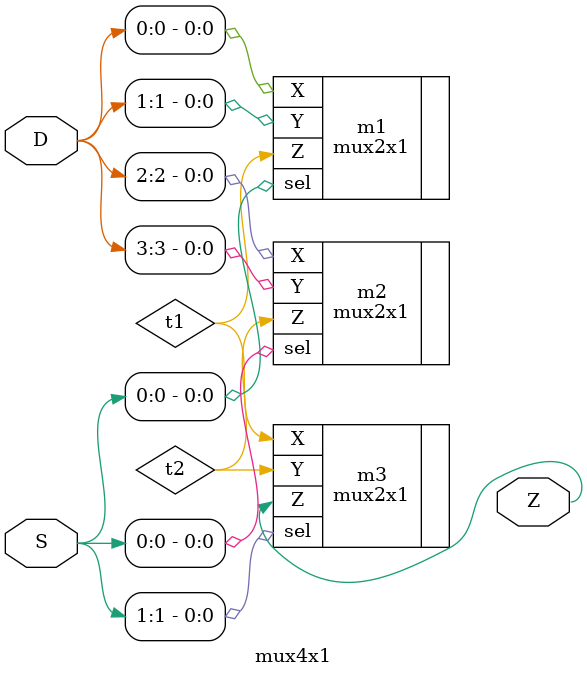
<source format=v>
module mux4x1(
    input wire [3:0] D,
    input wire [1:0] S,
    output wire Z
    );
    
    wire t1, t2;
    mux2x1 m1(.X(D[0]), .Y(D[1]), .sel(S[0]), .Z(t1));
    mux2x1 m2(.X(D[2]), .Y(D[3]), .sel(S[0]), .Z(t2));
    mux2x1 m3(.X(t1), .Y(t2), .sel(S[1]), .Z(Z));

endmodule
</source>
